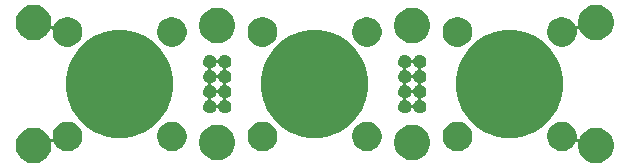
<source format=gbr>
G04 #@! TF.GenerationSoftware,KiCad,Pcbnew,(5.1.4)-1*
G04 #@! TF.CreationDate,2019-10-25T22:43:12-07:00*
G04 #@! TF.ProjectId,SkateLightLEDBoard1.0,536b6174-654c-4696-9768-744c4544426f,rev?*
G04 #@! TF.SameCoordinates,Original*
G04 #@! TF.FileFunction,Soldermask,Bot*
G04 #@! TF.FilePolarity,Negative*
%FSLAX46Y46*%
G04 Gerber Fmt 4.6, Leading zero omitted, Abs format (unit mm)*
G04 Created by KiCad (PCBNEW (5.1.4)-1) date 2019-10-25 22:43:12*
%MOMM*%
%LPD*%
G04 APERTURE LIST*
%ADD10C,0.100000*%
G04 APERTURE END LIST*
D10*
G36*
X21297903Y-3220075D02*
G01*
X21525571Y-3314378D01*
X21730466Y-3451285D01*
X21904715Y-3625534D01*
X22041622Y-3830429D01*
X22041623Y-3830431D01*
X22135925Y-4058097D01*
X22184000Y-4299786D01*
X22184000Y-4554859D01*
X22183284Y-4562134D01*
X22185688Y-4586520D01*
X22192803Y-4609969D01*
X22204355Y-4631579D01*
X22219902Y-4650519D01*
X22238845Y-4666063D01*
X22260457Y-4677613D01*
X22283906Y-4684724D01*
X22308292Y-4687124D01*
X22332678Y-4684720D01*
X22356127Y-4677605D01*
X22377737Y-4666053D01*
X22396677Y-4650506D01*
X22412221Y-4631563D01*
X22423763Y-4609967D01*
X22473026Y-4491036D01*
X22638441Y-4243475D01*
X22848975Y-4032941D01*
X23096536Y-3867526D01*
X23371612Y-3753586D01*
X23517621Y-3724543D01*
X23663629Y-3695500D01*
X23961371Y-3695500D01*
X24107379Y-3724543D01*
X24253388Y-3753586D01*
X24528464Y-3867526D01*
X24776025Y-4032941D01*
X24986559Y-4243475D01*
X25151974Y-4491036D01*
X25265914Y-4766112D01*
X25273476Y-4804129D01*
X25315535Y-5015571D01*
X25324000Y-5058130D01*
X25324000Y-5355870D01*
X25265914Y-5647888D01*
X25151974Y-5922964D01*
X24986559Y-6170525D01*
X24776025Y-6381059D01*
X24528464Y-6546474D01*
X24253388Y-6660414D01*
X24107379Y-6689457D01*
X23961371Y-6718500D01*
X23663629Y-6718500D01*
X23517621Y-6689457D01*
X23371612Y-6660414D01*
X23096536Y-6546474D01*
X22848975Y-6381059D01*
X22638441Y-6170525D01*
X22473026Y-5922964D01*
X22359086Y-5647888D01*
X22301000Y-5355870D01*
X22301000Y-5058130D01*
X22309326Y-5016275D01*
X22311727Y-4991894D01*
X22309325Y-4967508D01*
X22302212Y-4944059D01*
X22290661Y-4922448D01*
X22275116Y-4903506D01*
X22256175Y-4887961D01*
X22234564Y-4876409D01*
X22211115Y-4869296D01*
X22186729Y-4866894D01*
X22162343Y-4869296D01*
X22138894Y-4876409D01*
X22117283Y-4887960D01*
X22098341Y-4903505D01*
X22082796Y-4922446D01*
X22071244Y-4944058D01*
X22041623Y-5015569D01*
X22041622Y-5015571D01*
X21904715Y-5220466D01*
X21730466Y-5394715D01*
X21525571Y-5531622D01*
X21525570Y-5531623D01*
X21525569Y-5531623D01*
X21297903Y-5625925D01*
X21056214Y-5674000D01*
X20809786Y-5674000D01*
X20568097Y-5625925D01*
X20340431Y-5531623D01*
X20340430Y-5531623D01*
X20340429Y-5531622D01*
X20135534Y-5394715D01*
X19961285Y-5220466D01*
X19824378Y-5015571D01*
X19730075Y-4787903D01*
X19725741Y-4766113D01*
X19682000Y-4546214D01*
X19682000Y-4299786D01*
X19730075Y-4058097D01*
X19824377Y-3830431D01*
X19824378Y-3830429D01*
X19961285Y-3625534D01*
X20135534Y-3451285D01*
X20340429Y-3314378D01*
X20568097Y-3220075D01*
X20809786Y-3172000D01*
X21056214Y-3172000D01*
X21297903Y-3220075D01*
X21297903Y-3220075D01*
G37*
G36*
X-20568097Y-3220075D02*
G01*
X-20340429Y-3314378D01*
X-20135534Y-3451285D01*
X-19961285Y-3625534D01*
X-19824378Y-3830429D01*
X-19824377Y-3830431D01*
X-19730075Y-4058097D01*
X-19682000Y-4299786D01*
X-19682000Y-4546214D01*
X-19725741Y-4766113D01*
X-19730075Y-4787903D01*
X-19824378Y-5015571D01*
X-19961285Y-5220466D01*
X-20135534Y-5394715D01*
X-20340429Y-5531622D01*
X-20340430Y-5531623D01*
X-20340431Y-5531623D01*
X-20568097Y-5625925D01*
X-20809786Y-5674000D01*
X-21056214Y-5674000D01*
X-21297903Y-5625925D01*
X-21525569Y-5531623D01*
X-21525570Y-5531623D01*
X-21525571Y-5531622D01*
X-21730466Y-5394715D01*
X-21904715Y-5220466D01*
X-22041622Y-5015571D01*
X-22041623Y-5015569D01*
X-22071244Y-4944058D01*
X-22082795Y-4922447D01*
X-22098340Y-4903505D01*
X-22117282Y-4887960D01*
X-22138893Y-4876409D01*
X-22162342Y-4869296D01*
X-22186728Y-4866894D01*
X-22211114Y-4869296D01*
X-22234563Y-4876409D01*
X-22256174Y-4887960D01*
X-22275116Y-4903505D01*
X-22290661Y-4922447D01*
X-22302212Y-4944058D01*
X-22309325Y-4967507D01*
X-22311727Y-4991893D01*
X-22309326Y-5016275D01*
X-22301000Y-5058130D01*
X-22301000Y-5355870D01*
X-22359086Y-5647888D01*
X-22473026Y-5922964D01*
X-22638441Y-6170525D01*
X-22848975Y-6381059D01*
X-23096536Y-6546474D01*
X-23371612Y-6660414D01*
X-23517621Y-6689457D01*
X-23663629Y-6718500D01*
X-23961371Y-6718500D01*
X-24107379Y-6689457D01*
X-24253388Y-6660414D01*
X-24528464Y-6546474D01*
X-24776025Y-6381059D01*
X-24986559Y-6170525D01*
X-25151974Y-5922964D01*
X-25265914Y-5647888D01*
X-25324000Y-5355870D01*
X-25324000Y-5058130D01*
X-25315534Y-5015571D01*
X-25273476Y-4804129D01*
X-25265914Y-4766112D01*
X-25151974Y-4491036D01*
X-24986559Y-4243475D01*
X-24776025Y-4032941D01*
X-24528464Y-3867526D01*
X-24253388Y-3753586D01*
X-24107379Y-3724543D01*
X-23961371Y-3695500D01*
X-23663629Y-3695500D01*
X-23517621Y-3724543D01*
X-23371612Y-3753586D01*
X-23096536Y-3867526D01*
X-22848975Y-4032941D01*
X-22638441Y-4243475D01*
X-22473026Y-4491036D01*
X-22423763Y-4609967D01*
X-22412216Y-4631571D01*
X-22396671Y-4650513D01*
X-22377729Y-4666058D01*
X-22356118Y-4677609D01*
X-22332669Y-4684722D01*
X-22308283Y-4687124D01*
X-22283897Y-4684722D01*
X-22260448Y-4677609D01*
X-22238837Y-4666058D01*
X-22219895Y-4650513D01*
X-22204350Y-4631571D01*
X-22192799Y-4609960D01*
X-22185686Y-4586511D01*
X-22183284Y-4562125D01*
X-22184000Y-4554853D01*
X-22184000Y-4299786D01*
X-22135925Y-4058097D01*
X-22041623Y-3830431D01*
X-22041622Y-3830429D01*
X-21904715Y-3625534D01*
X-21730466Y-3451285D01*
X-21525571Y-3314378D01*
X-21297903Y-3220075D01*
X-21056214Y-3172000D01*
X-20809786Y-3172000D01*
X-20568097Y-3220075D01*
X-20568097Y-3220075D01*
G37*
G36*
X8453063Y-3451285D02*
G01*
X8695888Y-3499586D01*
X8970964Y-3613526D01*
X9218525Y-3778941D01*
X9429059Y-3989475D01*
X9594474Y-4237036D01*
X9708414Y-4512112D01*
X9766500Y-4804130D01*
X9766500Y-5101870D01*
X9708414Y-5393888D01*
X9594474Y-5668964D01*
X9429059Y-5916525D01*
X9218525Y-6127059D01*
X8970964Y-6292474D01*
X8695888Y-6406414D01*
X8549879Y-6435457D01*
X8403871Y-6464500D01*
X8106129Y-6464500D01*
X7960121Y-6435457D01*
X7814112Y-6406414D01*
X7539036Y-6292474D01*
X7291475Y-6127059D01*
X7080941Y-5916525D01*
X6915526Y-5668964D01*
X6801586Y-5393888D01*
X6743500Y-5101870D01*
X6743500Y-4804130D01*
X6801586Y-4512112D01*
X6915526Y-4237036D01*
X7080941Y-3989475D01*
X7291475Y-3778941D01*
X7539036Y-3613526D01*
X7814112Y-3499586D01*
X8056937Y-3451285D01*
X8106129Y-3441500D01*
X8403871Y-3441500D01*
X8453063Y-3451285D01*
X8453063Y-3451285D01*
G37*
G36*
X-8056937Y-3451285D02*
G01*
X-7814112Y-3499586D01*
X-7539036Y-3613526D01*
X-7291475Y-3778941D01*
X-7080941Y-3989475D01*
X-6915526Y-4237036D01*
X-6801586Y-4512112D01*
X-6743500Y-4804130D01*
X-6743500Y-5101870D01*
X-6801586Y-5393888D01*
X-6915526Y-5668964D01*
X-7080941Y-5916525D01*
X-7291475Y-6127059D01*
X-7539036Y-6292474D01*
X-7814112Y-6406414D01*
X-7960121Y-6435457D01*
X-8106129Y-6464500D01*
X-8403871Y-6464500D01*
X-8549879Y-6435457D01*
X-8695888Y-6406414D01*
X-8970964Y-6292474D01*
X-9218525Y-6127059D01*
X-9429059Y-5916525D01*
X-9594474Y-5668964D01*
X-9708414Y-5393888D01*
X-9766500Y-5101870D01*
X-9766500Y-4804130D01*
X-9708414Y-4512112D01*
X-9594474Y-4237036D01*
X-9429059Y-3989475D01*
X-9218525Y-3778941D01*
X-8970964Y-3613526D01*
X-8695888Y-3499586D01*
X-8453063Y-3451285D01*
X-8403871Y-3441500D01*
X-8106129Y-3441500D01*
X-8056937Y-3451285D01*
X-8056937Y-3451285D01*
G37*
G36*
X12451903Y-3220075D02*
G01*
X12679571Y-3314378D01*
X12884466Y-3451285D01*
X13058715Y-3625534D01*
X13195622Y-3830429D01*
X13195623Y-3830431D01*
X13289925Y-4058097D01*
X13338000Y-4299786D01*
X13338000Y-4546214D01*
X13294259Y-4766113D01*
X13289925Y-4787903D01*
X13195622Y-5015571D01*
X13058715Y-5220466D01*
X12884466Y-5394715D01*
X12679571Y-5531622D01*
X12679570Y-5531623D01*
X12679569Y-5531623D01*
X12451903Y-5625925D01*
X12210214Y-5674000D01*
X11963786Y-5674000D01*
X11722097Y-5625925D01*
X11494431Y-5531623D01*
X11494430Y-5531623D01*
X11494429Y-5531622D01*
X11289534Y-5394715D01*
X11115285Y-5220466D01*
X10978378Y-5015571D01*
X10884075Y-4787903D01*
X10879741Y-4766113D01*
X10836000Y-4546214D01*
X10836000Y-4299786D01*
X10884075Y-4058097D01*
X10978377Y-3830431D01*
X10978378Y-3830429D01*
X11115285Y-3625534D01*
X11289534Y-3451285D01*
X11494429Y-3314378D01*
X11722097Y-3220075D01*
X11963786Y-3172000D01*
X12210214Y-3172000D01*
X12451903Y-3220075D01*
X12451903Y-3220075D01*
G37*
G36*
X-11722097Y-3220075D02*
G01*
X-11494429Y-3314378D01*
X-11289534Y-3451285D01*
X-11115285Y-3625534D01*
X-10978378Y-3830429D01*
X-10978377Y-3830431D01*
X-10884075Y-4058097D01*
X-10836000Y-4299786D01*
X-10836000Y-4546214D01*
X-10879741Y-4766113D01*
X-10884075Y-4787903D01*
X-10978378Y-5015571D01*
X-11115285Y-5220466D01*
X-11289534Y-5394715D01*
X-11494429Y-5531622D01*
X-11494430Y-5531623D01*
X-11494431Y-5531623D01*
X-11722097Y-5625925D01*
X-11963786Y-5674000D01*
X-12210214Y-5674000D01*
X-12451903Y-5625925D01*
X-12679569Y-5531623D01*
X-12679570Y-5531623D01*
X-12679571Y-5531622D01*
X-12884466Y-5394715D01*
X-13058715Y-5220466D01*
X-13195622Y-5015571D01*
X-13289925Y-4787903D01*
X-13294259Y-4766113D01*
X-13338000Y-4546214D01*
X-13338000Y-4299786D01*
X-13289925Y-4058097D01*
X-13195623Y-3830431D01*
X-13195622Y-3830429D01*
X-13058715Y-3625534D01*
X-12884466Y-3451285D01*
X-12679571Y-3314378D01*
X-12451903Y-3220075D01*
X-12210214Y-3172000D01*
X-11963786Y-3172000D01*
X-11722097Y-3220075D01*
X-11722097Y-3220075D01*
G37*
G36*
X4787903Y-3220075D02*
G01*
X5015571Y-3314378D01*
X5220466Y-3451285D01*
X5394715Y-3625534D01*
X5531622Y-3830429D01*
X5531623Y-3830431D01*
X5625925Y-4058097D01*
X5674000Y-4299786D01*
X5674000Y-4546214D01*
X5630259Y-4766113D01*
X5625925Y-4787903D01*
X5531622Y-5015571D01*
X5394715Y-5220466D01*
X5220466Y-5394715D01*
X5015571Y-5531622D01*
X5015570Y-5531623D01*
X5015569Y-5531623D01*
X4787903Y-5625925D01*
X4546214Y-5674000D01*
X4299786Y-5674000D01*
X4058097Y-5625925D01*
X3830431Y-5531623D01*
X3830430Y-5531623D01*
X3830429Y-5531622D01*
X3625534Y-5394715D01*
X3451285Y-5220466D01*
X3314378Y-5015571D01*
X3220075Y-4787903D01*
X3215741Y-4766113D01*
X3172000Y-4546214D01*
X3172000Y-4299786D01*
X3220075Y-4058097D01*
X3314377Y-3830431D01*
X3314378Y-3830429D01*
X3451285Y-3625534D01*
X3625534Y-3451285D01*
X3830429Y-3314378D01*
X4058097Y-3220075D01*
X4299786Y-3172000D01*
X4546214Y-3172000D01*
X4787903Y-3220075D01*
X4787903Y-3220075D01*
G37*
G36*
X-4058097Y-3220075D02*
G01*
X-3830429Y-3314378D01*
X-3625534Y-3451285D01*
X-3451285Y-3625534D01*
X-3314378Y-3830429D01*
X-3314377Y-3830431D01*
X-3220075Y-4058097D01*
X-3172000Y-4299786D01*
X-3172000Y-4546214D01*
X-3215741Y-4766113D01*
X-3220075Y-4787903D01*
X-3314378Y-5015571D01*
X-3451285Y-5220466D01*
X-3625534Y-5394715D01*
X-3830429Y-5531622D01*
X-3830430Y-5531623D01*
X-3830431Y-5531623D01*
X-4058097Y-5625925D01*
X-4299786Y-5674000D01*
X-4546214Y-5674000D01*
X-4787903Y-5625925D01*
X-5015569Y-5531623D01*
X-5015570Y-5531623D01*
X-5015571Y-5531622D01*
X-5220466Y-5394715D01*
X-5394715Y-5220466D01*
X-5531622Y-5015571D01*
X-5625925Y-4787903D01*
X-5630259Y-4766113D01*
X-5674000Y-4546214D01*
X-5674000Y-4299786D01*
X-5625925Y-4058097D01*
X-5531623Y-3830431D01*
X-5531622Y-3830429D01*
X-5394715Y-3625534D01*
X-5220466Y-3451285D01*
X-5015571Y-3314378D01*
X-4787903Y-3220075D01*
X-4546214Y-3172000D01*
X-4299786Y-3172000D01*
X-4058097Y-3220075D01*
X-4058097Y-3220075D01*
G37*
G36*
X17837477Y4376108D02*
G01*
X18021734Y4299786D01*
X18665707Y4033044D01*
X19411093Y3534992D01*
X20044992Y2901093D01*
X20543044Y2155707D01*
X20709195Y1754582D01*
X20886108Y1327477D01*
X21061000Y448236D01*
X21061000Y-448236D01*
X20886108Y-1327477D01*
X20794490Y-1548661D01*
X20543044Y-2155707D01*
X20044992Y-2901093D01*
X19411093Y-3534992D01*
X18665707Y-4033044D01*
X18180541Y-4234006D01*
X17837477Y-4376108D01*
X16958236Y-4551000D01*
X16061764Y-4551000D01*
X15182523Y-4376108D01*
X14839459Y-4234006D01*
X14354293Y-4033044D01*
X13608907Y-3534992D01*
X12975008Y-2901093D01*
X12476956Y-2155707D01*
X12225510Y-1548661D01*
X12133892Y-1327477D01*
X11959000Y-448236D01*
X11959000Y448236D01*
X12133892Y1327477D01*
X12310805Y1754582D01*
X12476956Y2155707D01*
X12975008Y2901093D01*
X13608907Y3534992D01*
X14354293Y4033044D01*
X14998266Y4299786D01*
X15182523Y4376108D01*
X16061764Y4551000D01*
X16958236Y4551000D01*
X17837477Y4376108D01*
X17837477Y4376108D01*
G37*
G36*
X-15182523Y4376108D02*
G01*
X-14998266Y4299786D01*
X-14354293Y4033044D01*
X-13608907Y3534992D01*
X-12975008Y2901093D01*
X-12476956Y2155707D01*
X-12310805Y1754582D01*
X-12133892Y1327477D01*
X-11959000Y448236D01*
X-11959000Y-448236D01*
X-12133892Y-1327477D01*
X-12225510Y-1548661D01*
X-12476956Y-2155707D01*
X-12975008Y-2901093D01*
X-13608907Y-3534992D01*
X-14354293Y-4033044D01*
X-14839459Y-4234006D01*
X-15182523Y-4376108D01*
X-16061764Y-4551000D01*
X-16958236Y-4551000D01*
X-17837477Y-4376108D01*
X-18180541Y-4234006D01*
X-18665707Y-4033044D01*
X-19411093Y-3534992D01*
X-20044992Y-2901093D01*
X-20543044Y-2155707D01*
X-20794490Y-1548661D01*
X-20886108Y-1327477D01*
X-21061000Y-448236D01*
X-21061000Y448236D01*
X-20886108Y1327477D01*
X-20709195Y1754582D01*
X-20543044Y2155707D01*
X-20044992Y2901093D01*
X-19411093Y3534992D01*
X-18665707Y4033044D01*
X-18021734Y4299786D01*
X-17837477Y4376108D01*
X-16958236Y4551000D01*
X-16061764Y4551000D01*
X-15182523Y4376108D01*
X-15182523Y4376108D01*
G37*
G36*
X1327477Y4376108D02*
G01*
X1511734Y4299786D01*
X2155707Y4033044D01*
X2901093Y3534992D01*
X3534992Y2901093D01*
X4033044Y2155707D01*
X4199195Y1754582D01*
X4376108Y1327477D01*
X4551000Y448236D01*
X4551000Y-448236D01*
X4376108Y-1327477D01*
X4284490Y-1548661D01*
X4033044Y-2155707D01*
X3534992Y-2901093D01*
X2901093Y-3534992D01*
X2155707Y-4033044D01*
X1670541Y-4234006D01*
X1327477Y-4376108D01*
X448236Y-4551000D01*
X-448236Y-4551000D01*
X-1327477Y-4376108D01*
X-1670541Y-4234006D01*
X-2155707Y-4033044D01*
X-2901093Y-3534992D01*
X-3534992Y-2901093D01*
X-4033044Y-2155707D01*
X-4284490Y-1548661D01*
X-4376108Y-1327477D01*
X-4551000Y-448236D01*
X-4551000Y448236D01*
X-4376108Y1327477D01*
X-4199195Y1754582D01*
X-4033044Y2155707D01*
X-3534992Y2901093D01*
X-2901093Y3534992D01*
X-2155707Y4033044D01*
X-1511734Y4299786D01*
X-1327477Y4376108D01*
X-448236Y4551000D01*
X448236Y4551000D01*
X1327477Y4376108D01*
X1327477Y4376108D01*
G37*
G36*
X7783051Y2442520D02*
G01*
X7833920Y2421449D01*
X7884786Y2400380D01*
X7976342Y2339204D01*
X8054204Y2261342D01*
X8115380Y2169786D01*
X8139516Y2111515D01*
X8151068Y2089905D01*
X8166613Y2070963D01*
X8185555Y2055418D01*
X8207166Y2043867D01*
X8230615Y2036754D01*
X8255001Y2034352D01*
X8279387Y2036754D01*
X8302836Y2043867D01*
X8324446Y2055419D01*
X8343388Y2070964D01*
X8358933Y2089906D01*
X8370484Y2111515D01*
X8394620Y2169786D01*
X8455796Y2261342D01*
X8533658Y2339204D01*
X8625214Y2400380D01*
X8676080Y2421449D01*
X8726949Y2442520D01*
X8834941Y2464000D01*
X8945059Y2464000D01*
X9053051Y2442520D01*
X9103920Y2421449D01*
X9154786Y2400380D01*
X9246342Y2339204D01*
X9324204Y2261342D01*
X9385380Y2169786D01*
X9391212Y2155705D01*
X9427520Y2068051D01*
X9449000Y1960059D01*
X9449000Y1849941D01*
X9427520Y1741949D01*
X9418467Y1720094D01*
X9385380Y1640214D01*
X9324204Y1548658D01*
X9246342Y1470796D01*
X9154786Y1409620D01*
X9096515Y1385484D01*
X9074905Y1373932D01*
X9055963Y1358387D01*
X9040418Y1339445D01*
X9028867Y1317834D01*
X9021754Y1294385D01*
X9019352Y1269999D01*
X9021754Y1245613D01*
X9028867Y1222164D01*
X9040419Y1200554D01*
X9055964Y1181612D01*
X9074906Y1166067D01*
X9096513Y1154517D01*
X9154786Y1130380D01*
X9246342Y1069204D01*
X9324204Y991342D01*
X9385380Y899786D01*
X9406449Y848920D01*
X9427520Y798051D01*
X9449000Y690059D01*
X9449000Y579941D01*
X9427520Y471949D01*
X9409516Y428485D01*
X9385380Y370214D01*
X9324204Y278658D01*
X9246342Y200796D01*
X9154786Y139620D01*
X9096515Y115484D01*
X9074905Y103932D01*
X9055963Y88387D01*
X9040418Y69445D01*
X9028867Y47834D01*
X9021754Y24385D01*
X9019352Y-1D01*
X9021754Y-24387D01*
X9028867Y-47836D01*
X9040419Y-69446D01*
X9055964Y-88388D01*
X9074906Y-103933D01*
X9096513Y-115483D01*
X9154786Y-139620D01*
X9246342Y-200796D01*
X9324204Y-278658D01*
X9385380Y-370214D01*
X9406449Y-421080D01*
X9427520Y-471949D01*
X9449000Y-579941D01*
X9449000Y-690059D01*
X9427520Y-798051D01*
X9418467Y-819906D01*
X9385380Y-899786D01*
X9324204Y-991342D01*
X9246342Y-1069204D01*
X9154786Y-1130380D01*
X9096515Y-1154516D01*
X9074905Y-1166068D01*
X9055963Y-1181613D01*
X9040418Y-1200555D01*
X9028867Y-1222166D01*
X9021754Y-1245615D01*
X9019352Y-1270001D01*
X9021754Y-1294387D01*
X9028867Y-1317836D01*
X9040419Y-1339446D01*
X9055964Y-1358388D01*
X9074906Y-1373933D01*
X9096513Y-1385483D01*
X9154786Y-1409620D01*
X9246342Y-1470796D01*
X9324204Y-1548658D01*
X9385380Y-1640214D01*
X9406449Y-1691080D01*
X9427520Y-1741949D01*
X9449000Y-1849941D01*
X9449000Y-1960059D01*
X9427520Y-2068051D01*
X9418467Y-2089906D01*
X9385380Y-2169786D01*
X9324204Y-2261342D01*
X9246342Y-2339204D01*
X9154786Y-2400380D01*
X9103920Y-2421449D01*
X9053051Y-2442520D01*
X8945059Y-2464000D01*
X8834941Y-2464000D01*
X8726949Y-2442520D01*
X8676080Y-2421449D01*
X8625214Y-2400380D01*
X8533658Y-2339204D01*
X8455796Y-2261342D01*
X8394620Y-2169786D01*
X8370483Y-2111513D01*
X8358932Y-2089905D01*
X8343387Y-2070963D01*
X8324445Y-2055418D01*
X8302834Y-2043867D01*
X8279385Y-2036754D01*
X8254999Y-2034352D01*
X8230613Y-2036754D01*
X8207164Y-2043867D01*
X8185554Y-2055419D01*
X8166612Y-2070964D01*
X8151067Y-2089906D01*
X8139517Y-2111513D01*
X8115380Y-2169786D01*
X8054204Y-2261342D01*
X7976342Y-2339204D01*
X7884786Y-2400380D01*
X7833920Y-2421449D01*
X7783051Y-2442520D01*
X7675059Y-2464000D01*
X7564941Y-2464000D01*
X7456949Y-2442520D01*
X7406080Y-2421449D01*
X7355214Y-2400380D01*
X7263658Y-2339204D01*
X7185796Y-2261342D01*
X7124620Y-2169786D01*
X7091533Y-2089906D01*
X7082480Y-2068051D01*
X7061000Y-1960059D01*
X7061000Y-1849941D01*
X7082480Y-1741949D01*
X7103551Y-1691080D01*
X7124620Y-1640214D01*
X7185796Y-1548658D01*
X7263658Y-1470796D01*
X7355214Y-1409620D01*
X7413487Y-1385483D01*
X7435095Y-1373932D01*
X7454037Y-1358387D01*
X7469582Y-1339445D01*
X7481133Y-1317834D01*
X7488246Y-1294385D01*
X7490647Y-1270001D01*
X7749352Y-1270001D01*
X7751754Y-1294387D01*
X7758867Y-1317836D01*
X7770419Y-1339446D01*
X7785964Y-1358388D01*
X7804906Y-1373933D01*
X7826513Y-1385483D01*
X7884786Y-1409620D01*
X7976342Y-1470796D01*
X8054204Y-1548658D01*
X8115380Y-1640214D01*
X8139516Y-1698485D01*
X8151068Y-1720095D01*
X8166613Y-1739037D01*
X8185555Y-1754582D01*
X8207166Y-1766133D01*
X8230615Y-1773246D01*
X8255001Y-1775648D01*
X8279387Y-1773246D01*
X8302836Y-1766133D01*
X8324446Y-1754581D01*
X8343388Y-1739036D01*
X8358933Y-1720094D01*
X8370484Y-1698485D01*
X8394620Y-1640214D01*
X8455796Y-1548658D01*
X8533658Y-1470796D01*
X8625214Y-1409620D01*
X8683487Y-1385483D01*
X8705095Y-1373932D01*
X8724037Y-1358387D01*
X8739582Y-1339445D01*
X8751133Y-1317834D01*
X8758246Y-1294385D01*
X8760648Y-1269999D01*
X8758246Y-1245613D01*
X8751133Y-1222164D01*
X8739581Y-1200554D01*
X8724036Y-1181612D01*
X8705094Y-1166067D01*
X8683485Y-1154516D01*
X8625214Y-1130380D01*
X8533658Y-1069204D01*
X8455796Y-991342D01*
X8394620Y-899786D01*
X8370483Y-841513D01*
X8358932Y-819905D01*
X8343387Y-800963D01*
X8324445Y-785418D01*
X8302834Y-773867D01*
X8279385Y-766754D01*
X8254999Y-764352D01*
X8230613Y-766754D01*
X8207164Y-773867D01*
X8185554Y-785419D01*
X8166612Y-800964D01*
X8151067Y-819906D01*
X8139517Y-841513D01*
X8115380Y-899786D01*
X8054204Y-991342D01*
X7976342Y-1069204D01*
X7884786Y-1130380D01*
X7826515Y-1154516D01*
X7804905Y-1166068D01*
X7785963Y-1181613D01*
X7770418Y-1200555D01*
X7758867Y-1222166D01*
X7751754Y-1245615D01*
X7749352Y-1270001D01*
X7490647Y-1270001D01*
X7490648Y-1269999D01*
X7488246Y-1245613D01*
X7481133Y-1222164D01*
X7469581Y-1200554D01*
X7454036Y-1181612D01*
X7435094Y-1166067D01*
X7413485Y-1154516D01*
X7355214Y-1130380D01*
X7263658Y-1069204D01*
X7185796Y-991342D01*
X7124620Y-899786D01*
X7091533Y-819906D01*
X7082480Y-798051D01*
X7061000Y-690059D01*
X7061000Y-579941D01*
X7082480Y-471949D01*
X7103551Y-421080D01*
X7124620Y-370214D01*
X7185796Y-278658D01*
X7263658Y-200796D01*
X7355214Y-139620D01*
X7413487Y-115483D01*
X7435095Y-103932D01*
X7454037Y-88387D01*
X7469582Y-69445D01*
X7481133Y-47834D01*
X7488246Y-24385D01*
X7490647Y-1D01*
X7749352Y-1D01*
X7751754Y-24387D01*
X7758867Y-47836D01*
X7770419Y-69446D01*
X7785964Y-88388D01*
X7804906Y-103933D01*
X7826513Y-115483D01*
X7884786Y-139620D01*
X7976342Y-200796D01*
X8054204Y-278658D01*
X8115380Y-370214D01*
X8139516Y-428485D01*
X8151068Y-450095D01*
X8166613Y-469037D01*
X8185555Y-484582D01*
X8207166Y-496133D01*
X8230615Y-503246D01*
X8255001Y-505648D01*
X8279387Y-503246D01*
X8302836Y-496133D01*
X8324446Y-484581D01*
X8343388Y-469036D01*
X8358933Y-450094D01*
X8370484Y-428485D01*
X8394620Y-370214D01*
X8455796Y-278658D01*
X8533658Y-200796D01*
X8625214Y-139620D01*
X8683487Y-115483D01*
X8705095Y-103932D01*
X8724037Y-88387D01*
X8739582Y-69445D01*
X8751133Y-47834D01*
X8758246Y-24385D01*
X8760648Y1D01*
X8758246Y24387D01*
X8751133Y47836D01*
X8739581Y69446D01*
X8724036Y88388D01*
X8705094Y103933D01*
X8683485Y115484D01*
X8625214Y139620D01*
X8533658Y200796D01*
X8455796Y278658D01*
X8394620Y370214D01*
X8370483Y428487D01*
X8358932Y450095D01*
X8343387Y469037D01*
X8324445Y484582D01*
X8302834Y496133D01*
X8279385Y503246D01*
X8254999Y505648D01*
X8230613Y503246D01*
X8207164Y496133D01*
X8185554Y484581D01*
X8166612Y469036D01*
X8151067Y450094D01*
X8139517Y428487D01*
X8115380Y370214D01*
X8054204Y278658D01*
X7976342Y200796D01*
X7884786Y139620D01*
X7826515Y115484D01*
X7804905Y103932D01*
X7785963Y88387D01*
X7770418Y69445D01*
X7758867Y47834D01*
X7751754Y24385D01*
X7749352Y-1D01*
X7490647Y-1D01*
X7490648Y1D01*
X7488246Y24387D01*
X7481133Y47836D01*
X7469581Y69446D01*
X7454036Y88388D01*
X7435094Y103933D01*
X7413485Y115484D01*
X7355214Y139620D01*
X7263658Y200796D01*
X7185796Y278658D01*
X7124620Y370214D01*
X7100484Y428485D01*
X7082480Y471949D01*
X7061000Y579941D01*
X7061000Y690059D01*
X7082480Y798051D01*
X7103551Y848920D01*
X7124620Y899786D01*
X7185796Y991342D01*
X7263658Y1069204D01*
X7355214Y1130380D01*
X7413487Y1154517D01*
X7435095Y1166068D01*
X7454037Y1181613D01*
X7469582Y1200555D01*
X7481133Y1222166D01*
X7488246Y1245615D01*
X7490647Y1269999D01*
X7749352Y1269999D01*
X7751754Y1245613D01*
X7758867Y1222164D01*
X7770419Y1200554D01*
X7785964Y1181612D01*
X7804906Y1166067D01*
X7826513Y1154517D01*
X7884786Y1130380D01*
X7976342Y1069204D01*
X8054204Y991342D01*
X8115380Y899786D01*
X8139516Y841515D01*
X8151068Y819905D01*
X8166613Y800963D01*
X8185555Y785418D01*
X8207166Y773867D01*
X8230615Y766754D01*
X8255001Y764352D01*
X8279387Y766754D01*
X8302836Y773867D01*
X8324446Y785419D01*
X8343388Y800964D01*
X8358933Y819906D01*
X8370484Y841515D01*
X8394620Y899786D01*
X8455796Y991342D01*
X8533658Y1069204D01*
X8625214Y1130380D01*
X8683487Y1154517D01*
X8705095Y1166068D01*
X8724037Y1181613D01*
X8739582Y1200555D01*
X8751133Y1222166D01*
X8758246Y1245615D01*
X8760648Y1270001D01*
X8758246Y1294387D01*
X8751133Y1317836D01*
X8739581Y1339446D01*
X8724036Y1358388D01*
X8705094Y1373933D01*
X8683485Y1385484D01*
X8625214Y1409620D01*
X8533658Y1470796D01*
X8455796Y1548658D01*
X8394620Y1640214D01*
X8370483Y1698487D01*
X8358932Y1720095D01*
X8343387Y1739037D01*
X8324445Y1754582D01*
X8302834Y1766133D01*
X8279385Y1773246D01*
X8254999Y1775648D01*
X8230613Y1773246D01*
X8207164Y1766133D01*
X8185554Y1754581D01*
X8166612Y1739036D01*
X8151067Y1720094D01*
X8139517Y1698487D01*
X8115380Y1640214D01*
X8054204Y1548658D01*
X7976342Y1470796D01*
X7884786Y1409620D01*
X7826515Y1385484D01*
X7804905Y1373932D01*
X7785963Y1358387D01*
X7770418Y1339445D01*
X7758867Y1317834D01*
X7751754Y1294385D01*
X7749352Y1269999D01*
X7490647Y1269999D01*
X7490648Y1270001D01*
X7488246Y1294387D01*
X7481133Y1317836D01*
X7469581Y1339446D01*
X7454036Y1358388D01*
X7435094Y1373933D01*
X7413485Y1385484D01*
X7355214Y1409620D01*
X7263658Y1470796D01*
X7185796Y1548658D01*
X7124620Y1640214D01*
X7091533Y1720094D01*
X7082480Y1741949D01*
X7061000Y1849941D01*
X7061000Y1960059D01*
X7082480Y2068051D01*
X7118788Y2155705D01*
X7124620Y2169786D01*
X7185796Y2261342D01*
X7263658Y2339204D01*
X7355214Y2400380D01*
X7406080Y2421449D01*
X7456949Y2442520D01*
X7564941Y2464000D01*
X7675059Y2464000D01*
X7783051Y2442520D01*
X7783051Y2442520D01*
G37*
G36*
X-8726949Y2442520D02*
G01*
X-8676080Y2421449D01*
X-8625214Y2400380D01*
X-8533658Y2339204D01*
X-8455796Y2261342D01*
X-8394620Y2169786D01*
X-8370484Y2111515D01*
X-8358932Y2089905D01*
X-8343387Y2070963D01*
X-8324445Y2055418D01*
X-8302834Y2043867D01*
X-8279385Y2036754D01*
X-8254999Y2034352D01*
X-8230613Y2036754D01*
X-8207164Y2043867D01*
X-8185554Y2055419D01*
X-8166612Y2070964D01*
X-8151067Y2089906D01*
X-8139516Y2111515D01*
X-8115380Y2169786D01*
X-8054204Y2261342D01*
X-7976342Y2339204D01*
X-7884786Y2400380D01*
X-7833920Y2421449D01*
X-7783051Y2442520D01*
X-7675059Y2464000D01*
X-7564941Y2464000D01*
X-7456949Y2442520D01*
X-7406080Y2421449D01*
X-7355214Y2400380D01*
X-7263658Y2339204D01*
X-7185796Y2261342D01*
X-7124620Y2169786D01*
X-7118788Y2155705D01*
X-7082480Y2068051D01*
X-7061000Y1960059D01*
X-7061000Y1849941D01*
X-7082480Y1741949D01*
X-7091533Y1720094D01*
X-7124620Y1640214D01*
X-7185796Y1548658D01*
X-7263658Y1470796D01*
X-7355214Y1409620D01*
X-7413485Y1385484D01*
X-7435095Y1373932D01*
X-7454037Y1358387D01*
X-7469582Y1339445D01*
X-7481133Y1317834D01*
X-7488246Y1294385D01*
X-7490648Y1269999D01*
X-7488246Y1245613D01*
X-7481133Y1222164D01*
X-7469581Y1200554D01*
X-7454036Y1181612D01*
X-7435094Y1166067D01*
X-7413487Y1154517D01*
X-7355214Y1130380D01*
X-7263658Y1069204D01*
X-7185796Y991342D01*
X-7124620Y899786D01*
X-7103551Y848920D01*
X-7082480Y798051D01*
X-7061000Y690059D01*
X-7061000Y579941D01*
X-7082480Y471949D01*
X-7100484Y428485D01*
X-7124620Y370214D01*
X-7185796Y278658D01*
X-7263658Y200796D01*
X-7355214Y139620D01*
X-7413485Y115484D01*
X-7435095Y103932D01*
X-7454037Y88387D01*
X-7469582Y69445D01*
X-7481133Y47834D01*
X-7488246Y24385D01*
X-7490648Y-1D01*
X-7488246Y-24387D01*
X-7481133Y-47836D01*
X-7469581Y-69446D01*
X-7454036Y-88388D01*
X-7435094Y-103933D01*
X-7413487Y-115483D01*
X-7355214Y-139620D01*
X-7263658Y-200796D01*
X-7185796Y-278658D01*
X-7124620Y-370214D01*
X-7103551Y-421080D01*
X-7082480Y-471949D01*
X-7061000Y-579941D01*
X-7061000Y-690059D01*
X-7082480Y-798051D01*
X-7091533Y-819906D01*
X-7124620Y-899786D01*
X-7185796Y-991342D01*
X-7263658Y-1069204D01*
X-7355214Y-1130380D01*
X-7413485Y-1154516D01*
X-7435095Y-1166068D01*
X-7454037Y-1181613D01*
X-7469582Y-1200555D01*
X-7481133Y-1222166D01*
X-7488246Y-1245615D01*
X-7490648Y-1270001D01*
X-7488246Y-1294387D01*
X-7481133Y-1317836D01*
X-7469581Y-1339446D01*
X-7454036Y-1358388D01*
X-7435094Y-1373933D01*
X-7413487Y-1385483D01*
X-7355214Y-1409620D01*
X-7263658Y-1470796D01*
X-7185796Y-1548658D01*
X-7124620Y-1640214D01*
X-7103551Y-1691080D01*
X-7082480Y-1741949D01*
X-7061000Y-1849941D01*
X-7061000Y-1960059D01*
X-7082480Y-2068051D01*
X-7091533Y-2089906D01*
X-7124620Y-2169786D01*
X-7185796Y-2261342D01*
X-7263658Y-2339204D01*
X-7355214Y-2400380D01*
X-7406080Y-2421449D01*
X-7456949Y-2442520D01*
X-7564941Y-2464000D01*
X-7675059Y-2464000D01*
X-7783051Y-2442520D01*
X-7833920Y-2421449D01*
X-7884786Y-2400380D01*
X-7976342Y-2339204D01*
X-8054204Y-2261342D01*
X-8115380Y-2169786D01*
X-8139517Y-2111513D01*
X-8151068Y-2089905D01*
X-8166613Y-2070963D01*
X-8185555Y-2055418D01*
X-8207166Y-2043867D01*
X-8230615Y-2036754D01*
X-8255001Y-2034352D01*
X-8279387Y-2036754D01*
X-8302836Y-2043867D01*
X-8324446Y-2055419D01*
X-8343388Y-2070964D01*
X-8358933Y-2089906D01*
X-8370483Y-2111513D01*
X-8394620Y-2169786D01*
X-8455796Y-2261342D01*
X-8533658Y-2339204D01*
X-8625214Y-2400380D01*
X-8676080Y-2421449D01*
X-8726949Y-2442520D01*
X-8834941Y-2464000D01*
X-8945059Y-2464000D01*
X-9053051Y-2442520D01*
X-9103920Y-2421449D01*
X-9154786Y-2400380D01*
X-9246342Y-2339204D01*
X-9324204Y-2261342D01*
X-9385380Y-2169786D01*
X-9418467Y-2089906D01*
X-9427520Y-2068051D01*
X-9449000Y-1960059D01*
X-9449000Y-1849941D01*
X-9427520Y-1741949D01*
X-9406449Y-1691080D01*
X-9385380Y-1640214D01*
X-9324204Y-1548658D01*
X-9246342Y-1470796D01*
X-9154786Y-1409620D01*
X-9096513Y-1385483D01*
X-9074905Y-1373932D01*
X-9055963Y-1358387D01*
X-9040418Y-1339445D01*
X-9028867Y-1317834D01*
X-9021754Y-1294385D01*
X-9019353Y-1270001D01*
X-8760648Y-1270001D01*
X-8758246Y-1294387D01*
X-8751133Y-1317836D01*
X-8739581Y-1339446D01*
X-8724036Y-1358388D01*
X-8705094Y-1373933D01*
X-8683487Y-1385483D01*
X-8625214Y-1409620D01*
X-8533658Y-1470796D01*
X-8455796Y-1548658D01*
X-8394620Y-1640214D01*
X-8370484Y-1698485D01*
X-8358932Y-1720095D01*
X-8343387Y-1739037D01*
X-8324445Y-1754582D01*
X-8302834Y-1766133D01*
X-8279385Y-1773246D01*
X-8254999Y-1775648D01*
X-8230613Y-1773246D01*
X-8207164Y-1766133D01*
X-8185554Y-1754581D01*
X-8166612Y-1739036D01*
X-8151067Y-1720094D01*
X-8139516Y-1698485D01*
X-8115380Y-1640214D01*
X-8054204Y-1548658D01*
X-7976342Y-1470796D01*
X-7884786Y-1409620D01*
X-7826513Y-1385483D01*
X-7804905Y-1373932D01*
X-7785963Y-1358387D01*
X-7770418Y-1339445D01*
X-7758867Y-1317834D01*
X-7751754Y-1294385D01*
X-7749352Y-1269999D01*
X-7751754Y-1245613D01*
X-7758867Y-1222164D01*
X-7770419Y-1200554D01*
X-7785964Y-1181612D01*
X-7804906Y-1166067D01*
X-7826515Y-1154516D01*
X-7884786Y-1130380D01*
X-7976342Y-1069204D01*
X-8054204Y-991342D01*
X-8115380Y-899786D01*
X-8139517Y-841513D01*
X-8151068Y-819905D01*
X-8166613Y-800963D01*
X-8185555Y-785418D01*
X-8207166Y-773867D01*
X-8230615Y-766754D01*
X-8255001Y-764352D01*
X-8279387Y-766754D01*
X-8302836Y-773867D01*
X-8324446Y-785419D01*
X-8343388Y-800964D01*
X-8358933Y-819906D01*
X-8370483Y-841513D01*
X-8394620Y-899786D01*
X-8455796Y-991342D01*
X-8533658Y-1069204D01*
X-8625214Y-1130380D01*
X-8683485Y-1154516D01*
X-8705095Y-1166068D01*
X-8724037Y-1181613D01*
X-8739582Y-1200555D01*
X-8751133Y-1222166D01*
X-8758246Y-1245615D01*
X-8760648Y-1270001D01*
X-9019353Y-1270001D01*
X-9019352Y-1269999D01*
X-9021754Y-1245613D01*
X-9028867Y-1222164D01*
X-9040419Y-1200554D01*
X-9055964Y-1181612D01*
X-9074906Y-1166067D01*
X-9096515Y-1154516D01*
X-9154786Y-1130380D01*
X-9246342Y-1069204D01*
X-9324204Y-991342D01*
X-9385380Y-899786D01*
X-9418467Y-819906D01*
X-9427520Y-798051D01*
X-9449000Y-690059D01*
X-9449000Y-579941D01*
X-9427520Y-471949D01*
X-9406449Y-421080D01*
X-9385380Y-370214D01*
X-9324204Y-278658D01*
X-9246342Y-200796D01*
X-9154786Y-139620D01*
X-9096513Y-115483D01*
X-9074905Y-103932D01*
X-9055963Y-88387D01*
X-9040418Y-69445D01*
X-9028867Y-47834D01*
X-9021754Y-24385D01*
X-9019353Y-1D01*
X-8760648Y-1D01*
X-8758246Y-24387D01*
X-8751133Y-47836D01*
X-8739581Y-69446D01*
X-8724036Y-88388D01*
X-8705094Y-103933D01*
X-8683487Y-115483D01*
X-8625214Y-139620D01*
X-8533658Y-200796D01*
X-8455796Y-278658D01*
X-8394620Y-370214D01*
X-8370484Y-428485D01*
X-8358932Y-450095D01*
X-8343387Y-469037D01*
X-8324445Y-484582D01*
X-8302834Y-496133D01*
X-8279385Y-503246D01*
X-8254999Y-505648D01*
X-8230613Y-503246D01*
X-8207164Y-496133D01*
X-8185554Y-484581D01*
X-8166612Y-469036D01*
X-8151067Y-450094D01*
X-8139516Y-428485D01*
X-8115380Y-370214D01*
X-8054204Y-278658D01*
X-7976342Y-200796D01*
X-7884786Y-139620D01*
X-7826513Y-115483D01*
X-7804905Y-103932D01*
X-7785963Y-88387D01*
X-7770418Y-69445D01*
X-7758867Y-47834D01*
X-7751754Y-24385D01*
X-7749352Y1D01*
X-7751754Y24387D01*
X-7758867Y47836D01*
X-7770419Y69446D01*
X-7785964Y88388D01*
X-7804906Y103933D01*
X-7826515Y115484D01*
X-7884786Y139620D01*
X-7976342Y200796D01*
X-8054204Y278658D01*
X-8115380Y370214D01*
X-8139517Y428487D01*
X-8151068Y450095D01*
X-8166613Y469037D01*
X-8185555Y484582D01*
X-8207166Y496133D01*
X-8230615Y503246D01*
X-8255001Y505648D01*
X-8279387Y503246D01*
X-8302836Y496133D01*
X-8324446Y484581D01*
X-8343388Y469036D01*
X-8358933Y450094D01*
X-8370483Y428487D01*
X-8394620Y370214D01*
X-8455796Y278658D01*
X-8533658Y200796D01*
X-8625214Y139620D01*
X-8683485Y115484D01*
X-8705095Y103932D01*
X-8724037Y88387D01*
X-8739582Y69445D01*
X-8751133Y47834D01*
X-8758246Y24385D01*
X-8760648Y-1D01*
X-9019353Y-1D01*
X-9019352Y1D01*
X-9021754Y24387D01*
X-9028867Y47836D01*
X-9040419Y69446D01*
X-9055964Y88388D01*
X-9074906Y103933D01*
X-9096515Y115484D01*
X-9154786Y139620D01*
X-9246342Y200796D01*
X-9324204Y278658D01*
X-9385380Y370214D01*
X-9409516Y428485D01*
X-9427520Y471949D01*
X-9449000Y579941D01*
X-9449000Y690059D01*
X-9427520Y798051D01*
X-9406449Y848920D01*
X-9385380Y899786D01*
X-9324204Y991342D01*
X-9246342Y1069204D01*
X-9154786Y1130380D01*
X-9096513Y1154517D01*
X-9074905Y1166068D01*
X-9055963Y1181613D01*
X-9040418Y1200555D01*
X-9028867Y1222166D01*
X-9021754Y1245615D01*
X-9019353Y1269999D01*
X-8760648Y1269999D01*
X-8758246Y1245613D01*
X-8751133Y1222164D01*
X-8739581Y1200554D01*
X-8724036Y1181612D01*
X-8705094Y1166067D01*
X-8683487Y1154517D01*
X-8625214Y1130380D01*
X-8533658Y1069204D01*
X-8455796Y991342D01*
X-8394620Y899786D01*
X-8370484Y841515D01*
X-8358932Y819905D01*
X-8343387Y800963D01*
X-8324445Y785418D01*
X-8302834Y773867D01*
X-8279385Y766754D01*
X-8254999Y764352D01*
X-8230613Y766754D01*
X-8207164Y773867D01*
X-8185554Y785419D01*
X-8166612Y800964D01*
X-8151067Y819906D01*
X-8139516Y841515D01*
X-8115380Y899786D01*
X-8054204Y991342D01*
X-7976342Y1069204D01*
X-7884786Y1130380D01*
X-7826513Y1154517D01*
X-7804905Y1166068D01*
X-7785963Y1181613D01*
X-7770418Y1200555D01*
X-7758867Y1222166D01*
X-7751754Y1245615D01*
X-7749352Y1270001D01*
X-7751754Y1294387D01*
X-7758867Y1317836D01*
X-7770419Y1339446D01*
X-7785964Y1358388D01*
X-7804906Y1373933D01*
X-7826515Y1385484D01*
X-7884786Y1409620D01*
X-7976342Y1470796D01*
X-8054204Y1548658D01*
X-8115380Y1640214D01*
X-8139517Y1698487D01*
X-8151068Y1720095D01*
X-8166613Y1739037D01*
X-8185555Y1754582D01*
X-8207166Y1766133D01*
X-8230615Y1773246D01*
X-8255001Y1775648D01*
X-8279387Y1773246D01*
X-8302836Y1766133D01*
X-8324446Y1754581D01*
X-8343388Y1739036D01*
X-8358933Y1720094D01*
X-8370483Y1698487D01*
X-8394620Y1640214D01*
X-8455796Y1548658D01*
X-8533658Y1470796D01*
X-8625214Y1409620D01*
X-8683485Y1385484D01*
X-8705095Y1373932D01*
X-8724037Y1358387D01*
X-8739582Y1339445D01*
X-8751133Y1317834D01*
X-8758246Y1294385D01*
X-8760648Y1269999D01*
X-9019353Y1269999D01*
X-9019352Y1270001D01*
X-9021754Y1294387D01*
X-9028867Y1317836D01*
X-9040419Y1339446D01*
X-9055964Y1358388D01*
X-9074906Y1373933D01*
X-9096515Y1385484D01*
X-9154786Y1409620D01*
X-9246342Y1470796D01*
X-9324204Y1548658D01*
X-9385380Y1640214D01*
X-9418467Y1720094D01*
X-9427520Y1741949D01*
X-9449000Y1849941D01*
X-9449000Y1960059D01*
X-9427520Y2068051D01*
X-9391212Y2155705D01*
X-9385380Y2169786D01*
X-9324204Y2261342D01*
X-9246342Y2339204D01*
X-9154786Y2400380D01*
X-9103920Y2421449D01*
X-9053051Y2442520D01*
X-8945059Y2464000D01*
X-8834941Y2464000D01*
X-8726949Y2442520D01*
X-8726949Y2442520D01*
G37*
G36*
X4787903Y5625925D02*
G01*
X5015571Y5531622D01*
X5220466Y5394715D01*
X5394715Y5220466D01*
X5531148Y5016280D01*
X5531623Y5015569D01*
X5625925Y4787903D01*
X5674000Y4546214D01*
X5674000Y4299786D01*
X5661518Y4237036D01*
X5625925Y4058097D01*
X5531622Y3830429D01*
X5394715Y3625534D01*
X5220466Y3451285D01*
X5015571Y3314378D01*
X5015570Y3314377D01*
X5015569Y3314377D01*
X4787903Y3220075D01*
X4546214Y3172000D01*
X4299786Y3172000D01*
X4058097Y3220075D01*
X3830431Y3314377D01*
X3830430Y3314377D01*
X3830429Y3314378D01*
X3625534Y3451285D01*
X3451285Y3625534D01*
X3314378Y3830429D01*
X3220075Y4058097D01*
X3184482Y4237036D01*
X3172000Y4299786D01*
X3172000Y4546214D01*
X3220075Y4787903D01*
X3314377Y5015569D01*
X3314852Y5016280D01*
X3451285Y5220466D01*
X3625534Y5394715D01*
X3830429Y5531622D01*
X4058097Y5625925D01*
X4299786Y5674000D01*
X4546214Y5674000D01*
X4787903Y5625925D01*
X4787903Y5625925D01*
G37*
G36*
X12451903Y5625925D02*
G01*
X12679571Y5531622D01*
X12884466Y5394715D01*
X13058715Y5220466D01*
X13195148Y5016280D01*
X13195623Y5015569D01*
X13289925Y4787903D01*
X13338000Y4546214D01*
X13338000Y4299786D01*
X13325518Y4237036D01*
X13289925Y4058097D01*
X13195622Y3830429D01*
X13058715Y3625534D01*
X12884466Y3451285D01*
X12679571Y3314378D01*
X12679570Y3314377D01*
X12679569Y3314377D01*
X12451903Y3220075D01*
X12210214Y3172000D01*
X11963786Y3172000D01*
X11722097Y3220075D01*
X11494431Y3314377D01*
X11494430Y3314377D01*
X11494429Y3314378D01*
X11289534Y3451285D01*
X11115285Y3625534D01*
X10978378Y3830429D01*
X10884075Y4058097D01*
X10848482Y4237036D01*
X10836000Y4299786D01*
X10836000Y4546214D01*
X10884075Y4787903D01*
X10978377Y5015569D01*
X10978852Y5016280D01*
X11115285Y5220466D01*
X11289534Y5394715D01*
X11494429Y5531622D01*
X11722097Y5625925D01*
X11963786Y5674000D01*
X12210214Y5674000D01*
X12451903Y5625925D01*
X12451903Y5625925D01*
G37*
G36*
X24107379Y6689457D02*
G01*
X24253388Y6660414D01*
X24528464Y6546474D01*
X24776025Y6381059D01*
X24986559Y6170525D01*
X25151974Y5922964D01*
X25265914Y5647888D01*
X25265914Y5647887D01*
X25324000Y5355871D01*
X25324000Y5058129D01*
X25315534Y5015569D01*
X25265914Y4766112D01*
X25151974Y4491036D01*
X24986559Y4243475D01*
X24776025Y4032941D01*
X24528464Y3867526D01*
X24253388Y3753586D01*
X24107379Y3724543D01*
X23961371Y3695500D01*
X23663629Y3695500D01*
X23517621Y3724543D01*
X23371612Y3753586D01*
X23096536Y3867526D01*
X22848975Y4032941D01*
X22638441Y4243475D01*
X22473026Y4491036D01*
X22423762Y4609969D01*
X22412216Y4631571D01*
X22396671Y4650513D01*
X22377729Y4666058D01*
X22356118Y4677609D01*
X22332669Y4684722D01*
X22308283Y4687124D01*
X22283897Y4684722D01*
X22260448Y4677609D01*
X22238837Y4666058D01*
X22219895Y4650513D01*
X22204350Y4631571D01*
X22192799Y4609960D01*
X22185686Y4586511D01*
X22183284Y4562125D01*
X22184000Y4554853D01*
X22184000Y4299786D01*
X22171518Y4237036D01*
X22135925Y4058097D01*
X22041622Y3830429D01*
X21904715Y3625534D01*
X21730466Y3451285D01*
X21525571Y3314378D01*
X21525570Y3314377D01*
X21525569Y3314377D01*
X21297903Y3220075D01*
X21056214Y3172000D01*
X20809786Y3172000D01*
X20568097Y3220075D01*
X20340431Y3314377D01*
X20340430Y3314377D01*
X20340429Y3314378D01*
X20135534Y3451285D01*
X19961285Y3625534D01*
X19824378Y3830429D01*
X19730075Y4058097D01*
X19694482Y4237036D01*
X19682000Y4299786D01*
X19682000Y4546214D01*
X19730075Y4787903D01*
X19824377Y5015569D01*
X19824852Y5016280D01*
X19961285Y5220466D01*
X20135534Y5394715D01*
X20340429Y5531622D01*
X20568097Y5625925D01*
X20809786Y5674000D01*
X21056214Y5674000D01*
X21297903Y5625925D01*
X21525571Y5531622D01*
X21730466Y5394715D01*
X21904715Y5220466D01*
X22041148Y5016280D01*
X22041623Y5015569D01*
X22071244Y4944058D01*
X22082795Y4922447D01*
X22098340Y4903505D01*
X22117282Y4887960D01*
X22138893Y4876409D01*
X22162342Y4869296D01*
X22186728Y4866894D01*
X22211114Y4869296D01*
X22234563Y4876409D01*
X22256174Y4887960D01*
X22275116Y4903505D01*
X22290661Y4922447D01*
X22302212Y4944058D01*
X22309325Y4967507D01*
X22311727Y4991893D01*
X22309326Y5016275D01*
X22301000Y5058130D01*
X22301000Y5355870D01*
X22359086Y5647888D01*
X22473026Y5922964D01*
X22638441Y6170525D01*
X22848975Y6381059D01*
X23096536Y6546474D01*
X23371612Y6660414D01*
X23517621Y6689457D01*
X23663629Y6718500D01*
X23961371Y6718500D01*
X24107379Y6689457D01*
X24107379Y6689457D01*
G37*
G36*
X-23517621Y6689457D02*
G01*
X-23371612Y6660414D01*
X-23096536Y6546474D01*
X-22848975Y6381059D01*
X-22638441Y6170525D01*
X-22473026Y5922964D01*
X-22359086Y5647888D01*
X-22301000Y5355870D01*
X-22301000Y5058130D01*
X-22309326Y5016275D01*
X-22311727Y4991894D01*
X-22309325Y4967508D01*
X-22302212Y4944059D01*
X-22290661Y4922448D01*
X-22275116Y4903506D01*
X-22256175Y4887961D01*
X-22234564Y4876409D01*
X-22211115Y4869296D01*
X-22186729Y4866894D01*
X-22162343Y4869296D01*
X-22138894Y4876409D01*
X-22117283Y4887960D01*
X-22098341Y4903505D01*
X-22082796Y4922446D01*
X-22071244Y4944058D01*
X-22041623Y5015569D01*
X-22041148Y5016280D01*
X-21904715Y5220466D01*
X-21730466Y5394715D01*
X-21525571Y5531622D01*
X-21297903Y5625925D01*
X-21056214Y5674000D01*
X-20809786Y5674000D01*
X-20568097Y5625925D01*
X-20340429Y5531622D01*
X-20135534Y5394715D01*
X-19961285Y5220466D01*
X-19824852Y5016280D01*
X-19824377Y5015569D01*
X-19730075Y4787903D01*
X-19682000Y4546214D01*
X-19682000Y4299786D01*
X-19694482Y4237036D01*
X-19730075Y4058097D01*
X-19824378Y3830429D01*
X-19961285Y3625534D01*
X-20135534Y3451285D01*
X-20340429Y3314378D01*
X-20340430Y3314377D01*
X-20340431Y3314377D01*
X-20568097Y3220075D01*
X-20809786Y3172000D01*
X-21056214Y3172000D01*
X-21297903Y3220075D01*
X-21525569Y3314377D01*
X-21525570Y3314377D01*
X-21525571Y3314378D01*
X-21730466Y3451285D01*
X-21904715Y3625534D01*
X-22041622Y3830429D01*
X-22135925Y4058097D01*
X-22171518Y4237036D01*
X-22184000Y4299786D01*
X-22184000Y4554859D01*
X-22183284Y4562134D01*
X-22185688Y4586520D01*
X-22192803Y4609969D01*
X-22204355Y4631579D01*
X-22219902Y4650519D01*
X-22238845Y4666063D01*
X-22260457Y4677613D01*
X-22283906Y4684724D01*
X-22308292Y4687124D01*
X-22332678Y4684720D01*
X-22356127Y4677605D01*
X-22377737Y4666053D01*
X-22396677Y4650506D01*
X-22412221Y4631563D01*
X-22423762Y4609969D01*
X-22473026Y4491036D01*
X-22638441Y4243475D01*
X-22848975Y4032941D01*
X-23096536Y3867526D01*
X-23371612Y3753586D01*
X-23517621Y3724543D01*
X-23663629Y3695500D01*
X-23961371Y3695500D01*
X-24107379Y3724543D01*
X-24253388Y3753586D01*
X-24528464Y3867526D01*
X-24776025Y4032941D01*
X-24986559Y4243475D01*
X-25151974Y4491036D01*
X-25265914Y4766112D01*
X-25315534Y5015569D01*
X-25324000Y5058129D01*
X-25324000Y5355871D01*
X-25265914Y5647887D01*
X-25265914Y5647888D01*
X-25151974Y5922964D01*
X-24986559Y6170525D01*
X-24776025Y6381059D01*
X-24528464Y6546474D01*
X-24253388Y6660414D01*
X-24107379Y6689457D01*
X-23961371Y6718500D01*
X-23663629Y6718500D01*
X-23517621Y6689457D01*
X-23517621Y6689457D01*
G37*
G36*
X-4058097Y5625925D02*
G01*
X-3830429Y5531622D01*
X-3625534Y5394715D01*
X-3451285Y5220466D01*
X-3314852Y5016280D01*
X-3314377Y5015569D01*
X-3220075Y4787903D01*
X-3172000Y4546214D01*
X-3172000Y4299786D01*
X-3184482Y4237036D01*
X-3220075Y4058097D01*
X-3314378Y3830429D01*
X-3451285Y3625534D01*
X-3625534Y3451285D01*
X-3830429Y3314378D01*
X-3830430Y3314377D01*
X-3830431Y3314377D01*
X-4058097Y3220075D01*
X-4299786Y3172000D01*
X-4546214Y3172000D01*
X-4787903Y3220075D01*
X-5015569Y3314377D01*
X-5015570Y3314377D01*
X-5015571Y3314378D01*
X-5220466Y3451285D01*
X-5394715Y3625534D01*
X-5531622Y3830429D01*
X-5625925Y4058097D01*
X-5661518Y4237036D01*
X-5674000Y4299786D01*
X-5674000Y4546214D01*
X-5625925Y4787903D01*
X-5531623Y5015569D01*
X-5531148Y5016280D01*
X-5394715Y5220466D01*
X-5220466Y5394715D01*
X-5015571Y5531622D01*
X-4787903Y5625925D01*
X-4546214Y5674000D01*
X-4299786Y5674000D01*
X-4058097Y5625925D01*
X-4058097Y5625925D01*
G37*
G36*
X-11722097Y5625925D02*
G01*
X-11494429Y5531622D01*
X-11289534Y5394715D01*
X-11115285Y5220466D01*
X-10978852Y5016280D01*
X-10978377Y5015569D01*
X-10884075Y4787903D01*
X-10836000Y4546214D01*
X-10836000Y4299786D01*
X-10848482Y4237036D01*
X-10884075Y4058097D01*
X-10978378Y3830429D01*
X-11115285Y3625534D01*
X-11289534Y3451285D01*
X-11494429Y3314378D01*
X-11494430Y3314377D01*
X-11494431Y3314377D01*
X-11722097Y3220075D01*
X-11963786Y3172000D01*
X-12210214Y3172000D01*
X-12451903Y3220075D01*
X-12679569Y3314377D01*
X-12679570Y3314377D01*
X-12679571Y3314378D01*
X-12884466Y3451285D01*
X-13058715Y3625534D01*
X-13195622Y3830429D01*
X-13289925Y4058097D01*
X-13325518Y4237036D01*
X-13338000Y4299786D01*
X-13338000Y4546214D01*
X-13289925Y4787903D01*
X-13195623Y5015569D01*
X-13195148Y5016280D01*
X-13058715Y5220466D01*
X-12884466Y5394715D01*
X-12679571Y5531622D01*
X-12451903Y5625925D01*
X-12210214Y5674000D01*
X-11963786Y5674000D01*
X-11722097Y5625925D01*
X-11722097Y5625925D01*
G37*
G36*
X-7960121Y6435457D02*
G01*
X-7814112Y6406414D01*
X-7539036Y6292474D01*
X-7291475Y6127059D01*
X-7080941Y5916525D01*
X-6915526Y5668964D01*
X-6801586Y5393888D01*
X-6743500Y5101870D01*
X-6743500Y4804130D01*
X-6801586Y4512112D01*
X-6915526Y4237036D01*
X-7080941Y3989475D01*
X-7291475Y3778941D01*
X-7539036Y3613526D01*
X-7814112Y3499586D01*
X-7960121Y3470543D01*
X-8106129Y3441500D01*
X-8403871Y3441500D01*
X-8549879Y3470543D01*
X-8695888Y3499586D01*
X-8970964Y3613526D01*
X-9218525Y3778941D01*
X-9429059Y3989475D01*
X-9594474Y4237036D01*
X-9708414Y4512112D01*
X-9766500Y4804130D01*
X-9766500Y5101870D01*
X-9708414Y5393888D01*
X-9594474Y5668964D01*
X-9429059Y5916525D01*
X-9218525Y6127059D01*
X-8970964Y6292474D01*
X-8695888Y6406414D01*
X-8549879Y6435457D01*
X-8403871Y6464500D01*
X-8106129Y6464500D01*
X-7960121Y6435457D01*
X-7960121Y6435457D01*
G37*
G36*
X8549879Y6435457D02*
G01*
X8695888Y6406414D01*
X8970964Y6292474D01*
X9218525Y6127059D01*
X9429059Y5916525D01*
X9594474Y5668964D01*
X9708414Y5393888D01*
X9766500Y5101870D01*
X9766500Y4804130D01*
X9708414Y4512112D01*
X9594474Y4237036D01*
X9429059Y3989475D01*
X9218525Y3778941D01*
X8970964Y3613526D01*
X8695888Y3499586D01*
X8549879Y3470543D01*
X8403871Y3441500D01*
X8106129Y3441500D01*
X7960121Y3470543D01*
X7814112Y3499586D01*
X7539036Y3613526D01*
X7291475Y3778941D01*
X7080941Y3989475D01*
X6915526Y4237036D01*
X6801586Y4512112D01*
X6743500Y4804130D01*
X6743500Y5101870D01*
X6801586Y5393888D01*
X6915526Y5668964D01*
X7080941Y5916525D01*
X7291475Y6127059D01*
X7539036Y6292474D01*
X7814112Y6406414D01*
X7960121Y6435457D01*
X8106129Y6464500D01*
X8403871Y6464500D01*
X8549879Y6435457D01*
X8549879Y6435457D01*
G37*
M02*

</source>
